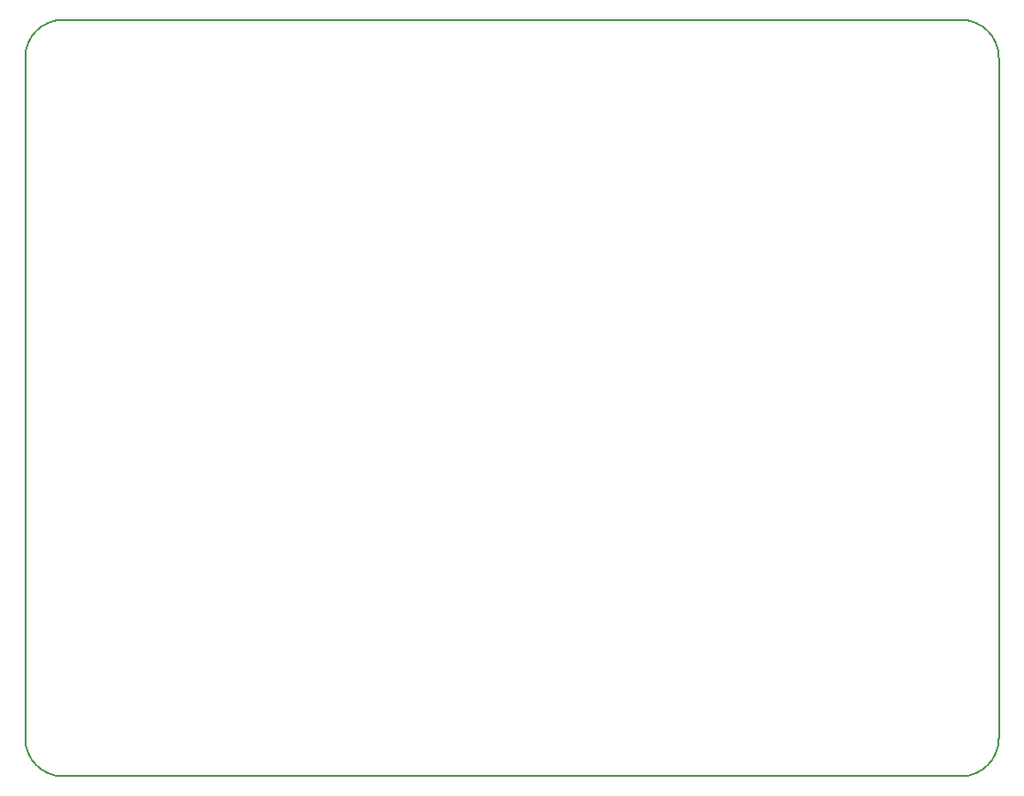
<source format=gm1>
G04 #@! TF.FileFunction,Profile,NP*
%FSLAX46Y46*%
G04 Gerber Fmt 4.6, Leading zero omitted, Abs format (unit mm)*
G04 Created by KiCad (PCBNEW 4.0.7) date Monday, September 04, 2017 'PMt' 03:05:56 PM*
%MOMM*%
%LPD*%
G01*
G04 APERTURE LIST*
%ADD10C,0.100000*%
%ADD11C,0.150000*%
G04 APERTURE END LIST*
D10*
D11*
X171500000Y-41000000D02*
G75*
G03X168000000Y-44500000I0J-3500000D01*
G01*
X254500000Y-41000000D02*
X171500000Y-41000000D01*
X168000000Y-107500000D02*
X168000000Y-44500000D01*
X168000000Y-107500000D02*
G75*
G03X171500000Y-111000000I3500000J0D01*
G01*
X254500000Y-111000000D02*
X171500000Y-111000000D01*
X258000000Y-44500000D02*
X258000000Y-107500000D01*
X258000000Y-44500000D02*
G75*
G03X254500000Y-41000000I-3500000J0D01*
G01*
X254500000Y-111000000D02*
G75*
G03X258000000Y-107500000I0J3500000D01*
G01*
M02*

</source>
